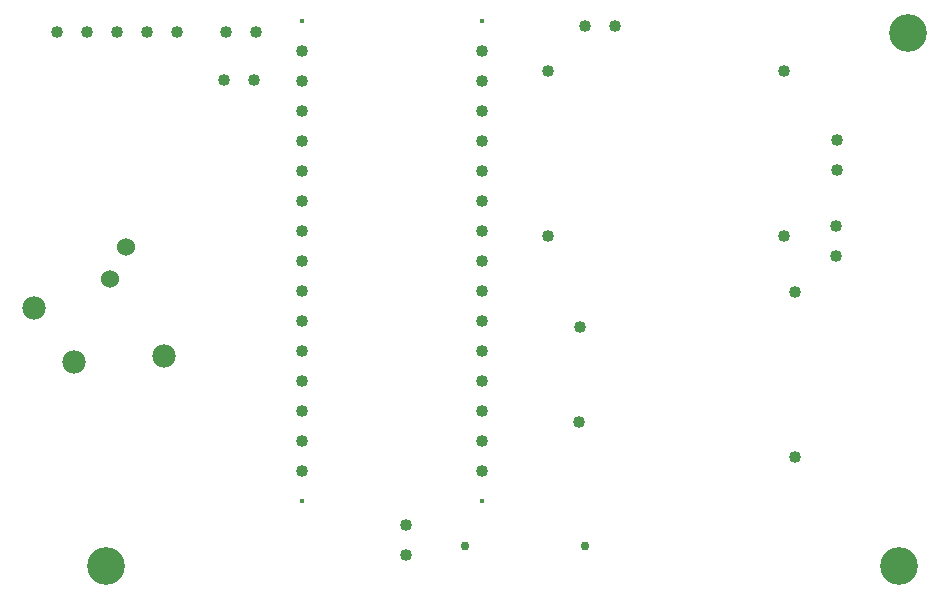
<source format=gbr>
G04 PROTEUS GERBER X2 FILE*
%TF.GenerationSoftware,Labcenter,Proteus,8.9-SP0-Build27865*%
%TF.CreationDate,2021-05-25T10:57:55+00:00*%
%TF.FileFunction,Plated,1,2,PTH*%
%TF.FilePolarity,Positive*%
%TF.Part,Single*%
%TF.SameCoordinates,{e29b0117-a318-4933-b090-4e5cc44ef503}*%
%FSLAX45Y45*%
%MOMM*%
G01*
%TA.AperFunction,ComponentDrill*%
%ADD39C,1.016000*%
%ADD40C,0.381000*%
%TA.AperFunction,ComponentDrill*%
%ADD41C,1.970000*%
%ADD42C,1.524000*%
%TA.AperFunction,ComponentDrill*%
%ADD43C,0.762000*%
%TA.AperFunction,OtherDrill,Unknown*%
%ADD44C,3.200000*%
%TD.AperFunction*%
D39*
X-1710000Y+8720000D03*
X-1710000Y+8466000D03*
X-1710000Y+8212000D03*
X-1710000Y+7958000D03*
X-1710000Y+7704000D03*
X-1710000Y+7450000D03*
X-1710000Y+7196000D03*
X-1710000Y+6942000D03*
X-1710000Y+6688000D03*
X-1710000Y+6434000D03*
X-1710000Y+6180000D03*
X-1710000Y+5926000D03*
X-1710000Y+5672000D03*
X-1710000Y+5418000D03*
X-1710000Y+5164000D03*
X-186000Y+8720000D03*
X-186000Y+8466000D03*
X-186000Y+8212000D03*
X-186000Y+7958000D03*
X-186000Y+7704000D03*
X-186000Y+7450000D03*
X-186000Y+7196000D03*
X-186000Y+6942000D03*
X-186000Y+6688000D03*
X-186000Y+6434000D03*
X-186000Y+6180000D03*
X-186000Y+5926000D03*
X-186000Y+5672000D03*
X-186000Y+5418000D03*
X-186000Y+5164000D03*
D40*
X-1710000Y+8974000D03*
X-1710000Y+4910000D03*
X-186000Y+4910000D03*
X-186000Y+8974000D03*
D41*
X-3980000Y+6540000D03*
D42*
X-3200000Y+7060000D03*
X-3340000Y+6790000D03*
D41*
X-2880000Y+6140000D03*
X-3640000Y+6090000D03*
D39*
X-3790000Y+8880000D03*
X-3536000Y+8880000D03*
X-3282000Y+8880000D03*
X-3028000Y+8880000D03*
X-2774000Y+8880000D03*
X-2100000Y+8880000D03*
X-2354000Y+8880000D03*
X-2370000Y+8470000D03*
X-2116000Y+8470000D03*
X+370000Y+7150000D03*
X+370000Y+8550000D03*
X+2370000Y+8550000D03*
X+2370000Y+7150000D03*
X+2460000Y+6680000D03*
X+2460000Y+5280000D03*
X+630000Y+5580000D03*
X+640000Y+6380000D03*
X+2820000Y+7710000D03*
X+2820000Y+7964000D03*
X+680000Y+8930000D03*
X+934000Y+8930000D03*
X+2810000Y+6980000D03*
X+2810000Y+7234000D03*
D43*
X+680000Y+4530000D03*
X-336000Y+4530000D03*
D39*
X-830000Y+4451251D03*
X-830000Y+4705251D03*
D44*
X-3370000Y+4360000D03*
X+3340000Y+4360000D03*
X+3420000Y+8870000D03*
M02*

</source>
